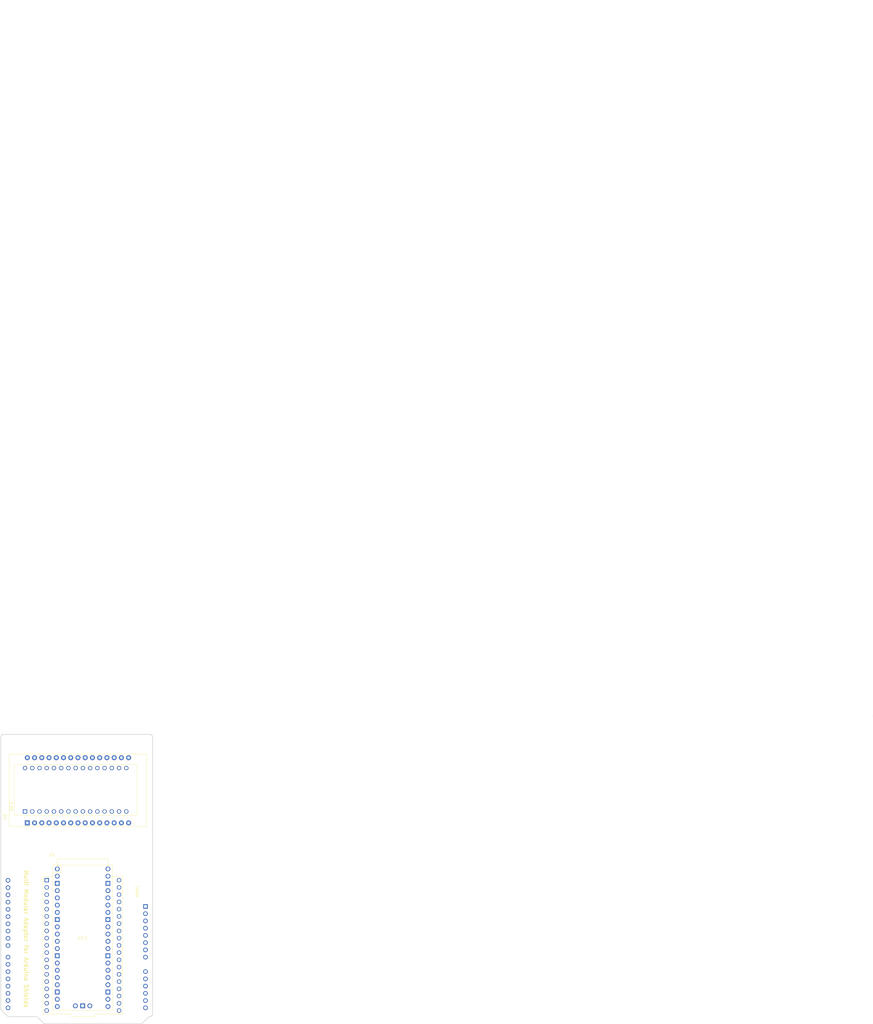
<source format=kicad_pcb>
(kicad_pcb (version 20211014) (generator pcbnew)
  (layers (0 "F.Cu" signal) (31 "B.Cu" signal) (34 "B.Paste" user) (35 "F.Paste" user) (36 "B.SilkS" user "B.Silkscreen") (37 "F.SilkS" user "F.Silkscreen") (38 "B.Mask" user) (39 "F.Mask" user) (44 "Edge.Cuts" user))
  (net 0 "")
  (net 97 "3v3")
  (net 102 "Net-(U2-Pad10)")
  (footprint "Footprint Files from OpenCNC:Nano_Arduino" (layer "F.Cu") (at 118.0338 50.165 90)
    (fp_text reference "U2.1" (at -5.825 -22.635 90) (layer "F.SilkS"))
    (fp_text value "Nano")
    (fp_line (start 8.89 21.59) (end -8.89 21.59) (layer "F.SilkS") (width 0.127))
    (fp_line (start -8.89 -21.59) (end 8.89 -21.59) (layer "F.SilkS") (width 0.127))
    (fp_line (start -8.89 21.59) (end -8.89 -21.59) (layer "F.SilkS") (width 0.127))
    (fp_line (start 8.89 -21.59) (end 8.89 21.59) (layer "F.SilkS") (width 0.127))
    (fp_circle (center -9.75 -18) (end -9.65 -18) (layer "F.SilkS") (width 0.2) (fill none))
    (pad "1" thru_hole rect (at -7.62 -17.78 90) (size 1.508 1.508) (drill 1) (layers *.Cu *.Mask))
    (pad "2" thru_hole circle (at -7.62 -15.24 90) (size 1.508 1.508) (drill 1) (layers *.Cu *.Mask))
    (pad "3" thru_hole circle (at -7.62 -12.7 90) (size 1.508 1.508) (drill 1) (layers *.Cu *.Mask))
    (pad "4" thru_hole circle (at -7.62 -10.16 90) (size 1.508 1.508) (drill 1) (layers *.Cu *.Mask))
    (pad "5" thru_hole circle (at -7.62 -7.62 90) (size 1.508 1.508) (drill 1) (layers *.Cu *.Mask))
    (pad "6" thru_hole circle (at -7.62 -5.08 90) (size 1.508 1.508) (drill 1) (layers *.Cu *.Mask))
    (pad "7" thru_hole circle (at -7.62 -2.54 90) (size 1.508 1.508) (drill 1) (layers *.Cu *.Mask))
    (pad "8" thru_hole circle (at -7.62 0 90) (size 1.508 1.508) (drill 1) (layers *.Cu *.Mask))
    (pad "9" thru_hole circle (at -7.62 2.54 90) (size 1.508 1.508) (drill 1) (layers *.Cu *.Mask))
    (pad "10" thru_hole circle (at -7.62 5.08 90) (size 1.508 1.508) (drill 1) (layers *.Cu *.Mask))
    (pad "11" thru_hole circle (at -7.62 7.62 90) (size 1.508 1.508) (drill 1) (layers *.Cu *.Mask))
    (pad "12" thru_hole circle (at -7.62 10.16 90) (size 1.508 1.508) (drill 1) (layers *.Cu *.Mask))
    (pad "13" thru_hole circle (at -7.62 12.7 90) (size 1.508 1.508) (drill 1) (layers *.Cu *.Mask))
    (pad "14" thru_hole circle (at -7.62 15.24 90) (size 1.508 1.508) (drill 1) (layers *.Cu *.Mask))
    (pad "15" thru_hole circle (at -7.62 17.78 90) (size 1.508 1.508) (drill 1) (layers *.Cu *.Mask))
    (pad "16" thru_hole circle (at 7.62 17.78 90) (size 1.508 1.508) (drill 1) (layers *.Cu *.Mask))
    (pad "17" thru_hole circle (at 7.62 15.24 90) (size 1.508 1.508) (drill 1) (layers *.Cu *.Mask) (net 97 "3v3"))
    (pad "18" thru_hole circle (at 7.62 12.7 90) (size 1.508 1.508) (drill 1) (layers *.Cu *.Mask))
    (pad "19" thru_hole circle (at 7.62 10.16 90) (size 1.508 1.508) (drill 1) (layers *.Cu *.Mask))
    (pad "20" thru_hole circle (at 7.62 7.62 90) (size 1.508 1.508) (drill 1) (layers *.Cu *.Mask))
    (pad "21" thru_hole circle (at 7.62 5.08 90) (size 1.508 1.508) (drill 1) (layers *.Cu *.Mask))
    (pad "22" thru_hole circle (at 7.62 2.54 90) (size 1.508 1.508) (drill 1) (layers *.Cu *.Mask))
    (pad "23" thru_hole circle (at 7.62 0 90) (size 1.508 1.508) (drill 1) (layers *.Cu *.Mask))
    (pad "24" thru_hole circle (at 7.62 -2.54 90) (size 1.508 1.508) (drill 1) (layers *.Cu *.Mask))
    (pad "25" thru_hole circle (at 7.62 -5.08 90) (size 1.508 1.508) (drill 1) (layers *.Cu *.Mask))
    (pad "26" thru_hole circle (at 7.62 -7.62 90) (size 1.508 1.508) (drill 1) (layers *.Cu *.Mask))
    (pad "27" thru_hole circle (at 7.62 -10.16 90) (size 1.508 1.508) (drill 1) (layers *.Cu *.Mask))
    (pad "28" thru_hole circle (at 7.62 -12.7 90) (size 1.508 1.508) (drill 1) (layers *.Cu *.Mask))
    (pad "29" thru_hole circle (at 7.62 -15.24 90) (size 1.508 1.508) (drill 1) (layers *.Cu *.Mask))
    (pad "30" thru_hole circle (at 7.62 -17.78 90) (size 1.508 1.508) (drill 1) (layers *.Cu *.Mask))
  )
  (footprint "Footprint Files from OpenCNC:ESP32-DEVKITC" (layer "F.Cu") (at 120.5669 104.7326)
    (fp_text reference "U1" (at -10.795 -31.75) (layer "F.SilkS"))
    (fp_text value "ESP32-DEVKITC")
    (fp_line (start 9 -30.3) (end 9 -24.1) (layer "F.SilkS") (width 0.127))
    (fp_line (start 13.95 24.1) (end 13.95 -24.1) (layer "F.SilkS") (width 0.127))
    (fp_line (start -9 -30.3) (end 9 -30.3) (layer "F.SilkS") (width 0.127))
    (fp_line (start -13.95 -24.1) (end -13.95 24.1) (layer "F.SilkS") (width 0.127))
    (fp_line (start 4.06 25) (end 4.06 24.1) (layer "F.SilkS") (width 0.127))
    (fp_line (start 13.95 -24.1) (end 9 -24.1) (layer "F.SilkS") (width 0.127))
    (fp_line (start -9 -24.1) (end -9 -30.3) (layer "F.SilkS") (width 0.127))
    (fp_line (start -13.95 24.1) (end -4.07 24.1) (layer "F.SilkS") (width 0.127))
    (fp_line (start -4.07 25) (end 4.06 25) (layer "F.SilkS") (width 0.127))
    (fp_line (start 4.06 24.1) (end 13.95 24.1) (layer "F.SilkS") (width 0.127))
    (fp_line (start -4.07 24.1) (end -4.07 25) (layer "F.SilkS") (width 0.127))
    (fp_line (start -9 -24.1) (end -13.95 -24.1) (layer "F.SilkS") (width 0.127))
    (fp_circle (center -14.57 -22.97) (end -14.47 -22.97) (layer "F.SilkS") (width 0.2) (fill none))
    (pad "1" thru_hole rect locked (at -12.7 -22.85) (size 1.53 1.53) (drill 1.02) (layers *.Cu *.Mask))
    (pad "2" thru_hole circle locked (at -12.7 -20.31) (size 1.53 1.53) (drill 1.02) (layers *.Cu *.Mask))
    (pad "3" thru_hole circle locked (at -12.7 -17.77) (size 1.53 1.53) (drill 1.02) (layers *.Cu *.Mask))
    (pad "4" thru_hole circle locked (at -12.7 -15.23) (size 1.53 1.53) (drill 1.02) (layers *.Cu *.Mask))
    (pad "5" thru_hole circle locked (at -12.7 -12.69) (size 1.53 1.53) (drill 1.02) (layers *.Cu *.Mask))
    (pad "6" thru_hole circle locked (at -12.7 -10.15) (size 1.53 1.53) (drill 1.02) (layers *.Cu *.Mask))
    (pad "7" thru_hole circle locked (at -12.7 -7.61) (size 1.53 1.53) (drill 1.02) (layers *.Cu *.Mask))
    (pad "8" thru_hole circle locked (at -12.7 -5.07) (size 1.53 1.53) (drill 1.02) (layers *.Cu *.Mask))
    (pad "9" thru_hole circle locked (at -12.7 -2.53) (size 1.53 1.53) (drill 1.02) (layers *.Cu *.Mask))
    (pad "10" thru_hole circle locked (at -12.7 0.01) (size 1.53 1.53) (drill 1.02) (layers *.Cu *.Mask))
    (pad "11" thru_hole circle locked (at -12.7 2.55) (size 1.53 1.53) (drill 1.02) (layers *.Cu *.Mask))
    (pad "12" thru_hole circle locked (at -12.7 5.09) (size 1.53 1.53) (drill 1.02) (layers *.Cu *.Mask))
    (pad "13" thru_hole circle locked (at -12.7 7.63) (size 1.53 1.53) (drill 1.02) (layers *.Cu *.Mask))
    (pad "14" thru_hole circle locked (at -12.7 10.17) (size 1.53 1.53) (drill 1.02) (layers *.Cu *.Mask))
    (pad "15" thru_hole circle locked (at -12.7 12.71) (size 1.53 1.53) (drill 1.02) (layers *.Cu *.Mask))
    (pad "16" thru_hole circle locked (at -12.7 15.25) (size 1.53 1.53) (drill 1.02) (layers *.Cu *.Mask))
    (pad "17" thru_hole circle locked (at -12.7 17.79) (size 1.53 1.53) (drill 1.02) (layers *.Cu *.Mask))
    (pad "18" thru_hole circle locked (at -12.7 20.33) (size 1.53 1.53) (drill 1.02) (layers *.Cu *.Mask))
    (pad "19" thru_hole circle locked (at -12.7 22.87) (size 1.53 1.53) (drill 1.02) (layers *.Cu *.Mask))
    (pad "20" thru_hole circle locked (at 12.7 22.87) (size 1.53 1.53) (drill 1.02) (layers *.Cu *.Mask))
    (pad "21" thru_hole circle locked (at 12.7 20.33) (size 1.53 1.53) (drill 1.02) (layers *.Cu *.Mask))
    (pad "22" thru_hole circle locked (at 12.7 17.79) (size 1.53 1.53) (drill 1.02) (layers *.Cu *.Mask))
    (pad "23" thru_hole circle locked (at 12.7 15.25) (size 1.53 1.53) (drill 1.02) (layers *.Cu *.Mask))
    (pad "24" thru_hole circle locked (at 12.7 12.71) (size 1.53 1.53) (drill 1.02) (layers *.Cu *.Mask))
    (pad "25" thru_hole circle locked (at 12.7 10.17) (size 1.53 1.53) (drill 1.02) (layers *.Cu *.Mask))
    (pad "26" thru_hole circle locked (at 12.7 7.63) (size 1.53 1.53) (drill 1.02) (layers *.Cu *.Mask))
    (pad "27" thru_hole circle locked (at 12.7 5.09) (size 1.53 1.53) (drill 1.02) (layers *.Cu *.Mask))
    (pad "28" thru_hole circle locked (at 12.7 2.55) (size 1.53 1.53) (drill 1.02) (layers *.Cu *.Mask))
    (pad "29" thru_hole circle locked (at 12.7 0.01) (size 1.53 1.53) (drill 1.02) (layers *.Cu *.Mask))
    (pad "30" thru_hole circle locked (at 12.7 -2.53) (size 1.53 1.53) (drill 1.02) (layers *.Cu *.Mask))
    (pad "31" thru_hole circle locked (at 12.7 -5.07) (size 1.53 1.53) (drill 1.02) (layers *.Cu *.Mask))
    (pad "32" thru_hole circle locked (at 12.7 -7.61) (size 1.53 1.53) (drill 1.02) (layers *.Cu *.Mask))
    (pad "33" thru_hole circle locked (at 12.7 -10.15) (size 1.53 1.53) (drill 1.02) (layers *.Cu *.Mask))
    (pad "34" thru_hole circle locked (at 12.7 -12.69) (size 1.53 1.53) (drill 1.02) (layers *.Cu *.Mask))
    (pad "35" thru_hole circle locked (at 12.7 -15.23) (size 1.53 1.53) (drill 1.02) (layers *.Cu *.Mask))
    (pad "36" thru_hole circle locked (at 12.7 -17.77) (size 1.53 1.53) (drill 1.02) (layers *.Cu *.Mask))
    (pad "37" thru_hole circle locked (at 12.7 -20.31) (size 1.53 1.53) (drill 1.02) (layers *.Cu *.Mask))
    (pad "38" thru_hole circle locked (at 12.7 -22.85) (size 1.53 1.53) (drill 1.02) (layers *.Cu *.Mask))
  )
  (footprint "Footprint Files from OpenCNC:ESP8266-nodeMCU" (layer "F.Cu") (at 118.8466 50.3428 90)
    (fp_text reference "U2" (at -9.325 -25.635 90) (layer "F.SilkS"))
    (fp_text value "ESP8266")
    (fp_line (start 12.7 -24.13) (end 12.7 24.13) (layer "F.SilkS") (width 0.127))
    (fp_line (start -12.7 24.13) (end 12.7 24.13) (layer "F.SilkS") (width 0.127))
    (fp_line (start -12.7 24.13) (end -12.7 -24.13) (layer "F.SilkS") (width 0.127))
    (fp_line (start -12.7 -24.13) (end 12.7 -24.13) (layer "F.SilkS") (width 0.127))
    (fp_circle (center -13.25 -18) (end -13.15 -18) (layer "F.SilkS") (width 0.2) (fill none))
    (pad "1" thru_hole rect (at -11.43 -17.78 90) (size 1.7526 1.7526) (drill 0.889) (layers *.Cu *.Mask))
    (pad "2" thru_hole circle (at -11.43 -15.24 90) (size 1.7526 1.7526) (drill 0.889) (layers *.Cu *.Mask))
    (pad "3" thru_hole circle (at -11.43 -12.7 90) (size 1.7526 1.7526) (drill 0.889) (layers *.Cu *.Mask))
    (pad "4" thru_hole circle (at -11.43 -10.16 90) (size 1.7526 1.7526) (drill 0.889) (layers *.Cu *.Mask))
    (pad "5" thru_hole circle (at -11.43 -7.62 90) (size 1.7526 1.7526) (drill 0.889) (layers *.Cu *.Mask))
    (pad "6" thru_hole circle (at -11.43 -5.08 90) (size 1.7526 1.7526) (drill 0.889) (layers *.Cu *.Mask))
    (pad "7" thru_hole circle (at -11.43 -2.54 90) (size 1.7526 1.7526) (drill 0.889) (layers *.Cu *.Mask))
    (pad "8" thru_hole circle (at -11.43 0 90) (size 1.7526 1.7526) (drill 0.889) (layers *.Cu *.Mask))
    (pad "9" thru_hole circle (at -11.43 2.54 90) (size 1.7526 1.7526) (drill 0.889) (layers *.Cu *.Mask))
    (pad "10" thru_hole circle (at -11.43 5.08 90) (size 1.7526 1.7526) (drill 0.889) (layers *.Cu *.Mask) (net 102 "Net-(U2-Pad10)"))
    (pad "11" thru_hole circle (at -11.43 7.62 90) (size 1.7526 1.7526) (drill 0.889) (layers *.Cu *.Mask) (net 97 "3v3"))
    (pad "12" thru_hole circle (at -11.43 10.16 90) (size 1.7526 1.7526) (drill 0.889) (layers *.Cu *.Mask))
    (pad "13" thru_hole circle (at -11.43 12.7 90) (size 1.7526 1.7526) (drill 0.889) (layers *.Cu *.Mask))
    (pad "14" thru_hole circle (at -11.43 15.24 90) (size 1.7526 1.7526) (drill 0.889) (layers *.Cu *.Mask) (net 102 "Net-(U2-Pad10)"))
    (pad "15" thru_hole circle (at -11.43 17.78 90) (size 1.7526 1.7526) (drill 0.889) (layers *.Cu *.Mask))
    (pad "16" thru_hole circle (at 11.43 17.78 90) (size 1.7526 1.7526) (drill 0.889) (layers *.Cu *.Mask) (net 97 "3v3"))
    (pad "17" thru_hole circle (at 11.43 15.24 90) (size 1.7526 1.7526) (drill 0.889) (layers *.Cu *.Mask) (net 102 "Net-(U2-Pad10)"))
    (pad "18" thru_hole circle (at 11.43 12.7 90) (size 1.7526 1.7526) (drill 0.889) (layers *.Cu *.Mask))
    (pad "19" thru_hole circle (at 11.43 10.16 90) (size 1.7526 1.7526) (drill 0.889) (layers *.Cu *.Mask))
    (pad "20" thru_hole circle (at 11.43 7.62 90) (size 1.7526 1.7526) (drill 0.889) (layers *.Cu *.Mask))
    (pad "21" thru_hole circle (at 11.43 5.08 90) (size 1.7526 1.7526) (drill 0.889) (layers *.Cu *.Mask))
    (pad "22" thru_hole circle (at 11.43 2.54 90) (size 1.7526 1.7526) (drill 0.889) (layers *.Cu *.Mask))
    (pad "23" thru_hole circle (at 11.43 0 90) (size 1.7526 1.7526) (drill 0.889) (layers *.Cu *.Mask))
    (pad "24" thru_hole circle (at 11.43 -2.54 90) (size 1.7526 1.7526) (drill 0.889) (layers *.Cu *.Mask) (net 102 "Net-(U2-Pad10)"))
    (pad "25" thru_hole circle (at 11.43 -5.08 90) (size 1.7526 1.7526) (drill 0.889) (layers *.Cu *.Mask) (net 97 "3v3"))
    (pad "26" thru_hole circle (at 11.43 -7.62 90) (size 1.7526 1.7526) (drill 0.889) (layers *.Cu *.Mask))
    (pad "27" thru_hole circle (at 11.43 -10.16 90) (size 1.7526 1.7526) (drill 0.889) (layers *.Cu *.Mask))
    (pad "28" thru_hole circle (at 11.43 -12.7 90) (size 1.7526 1.7526) (drill 0.889) (layers *.Cu *.Mask))
    (pad "29" thru_hole circle (at 11.43 -15.24 90) (size 1.7526 1.7526) (drill 0.889) (layers *.Cu *.Mask))
    (pad "30" thru_hole circle (at 11.43 -17.78 90) (size 1.7526 1.7526) (drill 0.889) (layers *.Cu *.Mask))
  )
  (footprint "Footprint Files from OpenCNC:UNO_R3_Arduino" (layer "F.Cu") (at 142.5448 91.0844 -90)
    (fp_text reference "Host1" (at -5.3848 2.9972 90) (layer "F.SilkS"))
    (fp_text value "Arduino_Uno_Shield")
    (pad "1" thru_hole rect (at 0 0) (size 1.6 1.6) (drill 1) (layers *.Cu *.Mask))
    (pad "2" thru_hole oval (at 2.54 0) (size 1.6 1.6) (drill 1) (layers *.Cu *.Mask))
    (pad "3" thru_hole oval (at 5.08 0) (size 1.6 1.6) (drill 1) (layers *.Cu *.Mask))
    (pad "4" thru_hole oval (at 7.62 0) (size 1.6 1.6) (drill 1) (layers *.Cu *.Mask))
    (pad "5" thru_hole oval (at 10.16 0) (size 1.6 1.6) (drill 1) (layers *.Cu *.Mask))
    (pad "6" thru_hole oval (at 12.7 0) (size 1.6 1.6) (drill 1) (layers *.Cu *.Mask))
    (pad "7" thru_hole oval (at 15.24 0) (size 1.6 1.6) (drill 1) (layers *.Cu *.Mask))
    (pad "8" thru_hole oval (at 17.78 0) (size 1.6 1.6) (drill 1) (layers *.Cu *.Mask))
    (pad "9" thru_hole oval (at 22.86 0) (size 1.6 1.6) (drill 1) (layers *.Cu *.Mask))
    (pad "10" thru_hole oval (at 25.4 0) (size 1.6 1.6) (drill 1) (layers *.Cu *.Mask))
    (pad "11" thru_hole oval (at 27.94 0) (size 1.6 1.6) (drill 1) (layers *.Cu *.Mask))
    (pad "12" thru_hole oval (at 30.48 0) (size 1.6 1.6) (drill 1) (layers *.Cu *.Mask))
    (pad "13" thru_hole oval (at 33.02 0) (size 1.6 1.6) (drill 1) (layers *.Cu *.Mask))
    (pad "14" thru_hole oval (at 35.56 0) (size 1.6 1.6) (drill 1) (layers *.Cu *.Mask))
    (pad "15" thru_hole oval (at 35.56 48.26) (size 1.6 1.6) (drill 1) (layers *.Cu *.Mask))
    (pad "16" thru_hole oval (at 33.02 48.26) (size 1.6 1.6) (drill 1) (layers *.Cu *.Mask))
    (pad "17" thru_hole oval (at 30.48 48.26) (size 1.6 1.6) (drill 1) (layers *.Cu *.Mask))
    (pad "18" thru_hole oval (at 27.94 48.26) (size 1.6 1.6) (drill 1) (layers *.Cu *.Mask))
    (pad "19" thru_hole oval (at 25.4 48.26) (size 1.6 1.6) (drill 1) (layers *.Cu *.Mask))
    (pad "20" thru_hole oval (at 22.86 48.26) (size 1.6 1.6) (drill 1) (layers *.Cu *.Mask))
    (pad "21" thru_hole oval (at 20.32 48.26) (size 1.6 1.6) (drill 1) (layers *.Cu *.Mask))
    (pad "22" thru_hole oval (at 17.78 48.26) (size 1.6 1.6) (drill 1) (layers *.Cu *.Mask))
    (pad "23" thru_hole oval (at 13.72 48.26) (size 1.6 1.6) (drill 1) (layers *.Cu *.Mask))
    (pad "24" thru_hole oval (at 11.18 48.26) (size 1.6 1.6) (drill 1) (layers *.Cu *.Mask))
    (pad "25" thru_hole oval (at 8.64 48.26) (size 1.6 1.6) (drill 1) (layers *.Cu *.Mask))
    (pad "26" thru_hole oval (at 6.1 48.26) (size 1.6 1.6) (drill 1) (layers *.Cu *.Mask))
    (pad "27" thru_hole oval (at 3.56 48.26) (size 1.6 1.6) (drill 1) (layers *.Cu *.Mask))
    (pad "28" thru_hole oval (at 1.02 48.26) (size 1.6 1.6) (drill 1) (layers *.Cu *.Mask))
    (pad "29" thru_hole oval (at -1.52 48.26) (size 1.6 1.6) (drill 1) (layers *.Cu *.Mask))
    (pad "30" thru_hole oval (at -4.06 48.26) (size 1.6 1.6) (drill 1) (layers *.Cu *.Mask))
    (pad "31" thru_hole oval (at -6.6 48.26) (size 1.6 1.6) (drill 1) (layers *.Cu *.Mask))
    (pad "32" thru_hole oval (at -9.14 48.26) (size 1.6 1.6) (drill 1) (layers *.Cu *.Mask))
  )
  (footprint "Footprint Files from OpenCNC:RPi_Pico_SMD_TH" (layer "F.Cu") (at 120.4722 102.0572)
    (fp_text reference "U1.1" (at 0 0) (layer "F.SilkS"))
    (fp_text value "Pi Pico")
    (fp_line (start -10.5 -22.833) (end -7.493 -22.833) (layer "F.SilkS") (width 0.12))
    (fp_line (start -10.5 -25.5) (end -10.5 25.5) (layer "F.SilkS") (width 0.12))
    (fp_line (start 10.5 -25.5) (end 10.5 25.5) (layer "F.SilkS") (width 0.12))
    (fp_line (start -7.493 -22.833) (end -7.493 -25.5) (layer "F.SilkS") (width 0.12))
    (fp_line (start 10.5 25.5) (end -10.5 25.5) (layer "F.SilkS") (width 0.12))
    (fp_line (start -10.5 -25.5) (end 10.5 -25.5) (layer "F.SilkS") (width 0.12))
    (pad "1" thru_hole oval (at -8.89 -24.13) (size 1.7 1.7) (drill 1.02) (layers *.Cu *.Mask))
    (pad "2" thru_hole oval (at -8.89 -21.59) (size 1.7 1.7) (drill 1.02) (layers *.Cu *.Mask))
    (pad "3" thru_hole rect (at -8.89 -19.05) (size 1.7 1.7) (drill 1.02) (layers *.Cu *.Mask))
    (pad "4" thru_hole oval (at -8.89 -16.51) (size 1.7 1.7) (drill 1.02) (layers *.Cu *.Mask))
    (pad "5" thru_hole oval (at -8.89 -13.97) (size 1.7 1.7) (drill 1.02) (layers *.Cu *.Mask))
    (pad "6" thru_hole oval (at -8.89 -11.43) (size 1.7 1.7) (drill 1.02) (layers *.Cu *.Mask))
    (pad "7" thru_hole oval (at -8.89 -8.89) (size 1.7 1.7) (drill 1.02) (layers *.Cu *.Mask))
    (pad "8" thru_hole rect (at -8.89 -6.35) (size 1.7 1.7) (drill 1.02) (layers *.Cu *.Mask))
    (pad "9" thru_hole oval (at -8.89 -3.81) (size 1.7 1.7) (drill 1.02) (layers *.Cu *.Mask))
    (pad "10" thru_hole oval (at -8.89 -1.27) (size 1.7 1.7) (drill 1.02) (layers *.Cu *.Mask))
    (pad "11" thru_hole oval (at -8.89 1.27) (size 1.7 1.7) (drill 1.02) (layers *.Cu *.Mask))
    (pad "12" thru_hole oval (at -8.89 3.81) (size 1.7 1.7) (drill 1.02) (layers *.Cu *.Mask))
    (pad "13" thru_hole rect (at -8.89 6.35) (size 1.7 1.7) (drill 1.02) (layers *.Cu *.Mask))
    (pad "14" thru_hole oval (at -8.89 8.89) (size 1.7 1.7) (drill 1.02) (layers *.Cu *.Mask))
    (pad "15" thru_hole oval (at -8.89 11.43) (size 1.7 1.7) (drill 1.02) (layers *.Cu *.Mask))
    (pad "16" thru_hole oval (at -8.89 13.97) (size 1.7 1.7) (drill 1.02) (layers *.Cu *.Mask))
    (pad "17" thru_hole oval (at -8.89 16.51) (size 1.7 1.7) (drill 1.02) (layers *.Cu *.Mask))
    (pad "18" thru_hole rect (at -8.89 19.05) (size 1.7 1.7) (drill 1.02) (layers *.Cu *.Mask))
    (pad "19" thru_hole oval (at -8.89 21.59) (size 1.7 1.7) (drill 1.02) (layers *.Cu *.Mask))
    (pad "20" thru_hole oval (at -8.89 24.13) (size 1.7 1.7) (drill 1.02) (layers *.Cu *.Mask))
    (pad "21" thru_hole oval (at 8.89 24.13) (size 1.7 1.7) (drill 1.02) (layers *.Cu *.Mask))
    (pad "22" thru_hole oval (at 8.89 21.59) (size 1.7 1.7) (drill 1.02) (layers *.Cu *.Mask))
    (pad "23" thru_hole rect (at 8.89 19.05) (size 1.7 1.7) (drill 1.02) (layers *.Cu *.Mask))
    (pad "24" thru_hole oval (at 8.89 16.51) (size 1.7 1.7) (drill 1.02) (layers *.Cu *.Mask))
    (pad "25" thru_hole oval (at 8.89 13.97) (size 1.7 1.7) (drill 1.02) (layers *.Cu *.Mask))
    (pad "26" thru_hole oval (at 8.89 11.43) (size 1.7 1.7) (drill 1.02) (layers *.Cu *.Mask))
    (pad "27" thru_hole oval (at 8.89 8.89) (size 1.7 1.7) (drill 1.02) (layers *.Cu *.Mask))
    (pad "28" thru_hole rect (at 8.89 6.35) (size 1.7 1.7) (drill 1.02) (layers *.Cu *.Mask))
    (pad "29" thru_hole oval (at 8.89 3.81) (size 1.7 1.7) (drill 1.02) (layers *.Cu *.Mask))
    (pad "30" thru_hole oval (at 8.89 1.27) (size 1.7 1.7) (drill 1.02) (layers *.Cu *.Mask))
    (pad "31" thru_hole oval (at 8.89 -1.27) (size 1.7 1.7) (drill 1.02) (layers *.Cu *.Mask))
    (pad "32" thru_hole oval (at 8.89 -3.81) (size 1.7 1.7) (drill 1.02) (layers *.Cu *.Mask))
    (pad "33" thru_hole rect (at 8.89 -6.35) (size 1.7 1.7) (drill 1.02) (layers *.Cu *.Mask))
    (pad "34" thru_hole oval (at 8.89 -8.89) (size 1.7 1.7) (drill 1.02) (layers *.Cu *.Mask))
    (pad "35" thru_hole oval (at 8.89 -11.43) (size 1.7 1.7) (drill 1.02) (layers *.Cu *.Mask))
    (pad "36" thru_hole oval (at 8.89 -13.97) (size 1.7 1.7) (drill 1.02) (layers *.Cu *.Mask) (net 97 "3v3"))
    (pad "37" thru_hole oval (at 8.89 -16.51) (size 1.7 1.7) (drill 1.02) (layers *.Cu *.Mask))
    (pad "38" thru_hole rect (at 8.89 -19.05) (size 1.7 1.7) (drill 1.02) (layers *.Cu *.Mask))
    (pad "39" thru_hole oval (at 8.89 -21.59) (size 1.7 1.7) (drill 1.02) (layers *.Cu *.Mask))
    (pad "40" thru_hole oval (at 8.89 -24.13) (size 1.7 1.7) (drill 1.02) (layers *.Cu *.Mask))
    (pad "41" thru_hole oval (at -2.54 23.9) (size 1.7 1.7) (drill 1.02) (layers *.Cu *.Mask))
    (pad "42" thru_hole rect (at 0 23.9) (size 1.7 1.7) (drill 1.02) (layers *.Cu *.Mask))
    (pad "43" thru_hole oval (at 2.54 23.9) (size 1.7 1.7) (drill 1.02) (layers *.Cu *.Mask))
  )
  (gr_line locked (start 141.259331 132.263948) (end 107.002602 132.263948) (layer "Edge.Cuts") (width 0.2))
  (gr_line locked (start 107.002602 132.263948) (end 104.463499 129.724845) (layer "Edge.Cuts") (width 0.2))
  (gr_line locked (start 104.463499 129.724845) (end 94.307088 129.724845) (layer "Edge.Cuts") (width 0.2))
  (gr_line locked (start 144.94103 129.238183) (end 144.771756 129.449775) (layer "Edge.Cuts") (width 0.2))
  (gr_line locked (start 144.327413 129.703686) (end 144.073503 129.724845) (layer "Edge.Cuts") (width 0.2))
  (gr_line locked (start 143.798434 129.724845) (end 141.259331 132.263948) (layer "Edge.Cuts") (width 0.2))
  (gr_line locked (start 145.067985 128.730363) (end 145.025667 128.984273) (layer "Edge.Cuts") (width 0.2))
  (gr_line locked (start 144.560164 30.869108) (end 144.771756 31.038382) (layer "Edge.Cuts") (width 0.2))
  (gr_line locked (start 144.073503 30.742153) (end 144.327413 30.784472) (layer "Edge.Cuts") (width 0.2))
  (gr_line locked (start 144.771756 129.449775) (end 144.560164 129.59789) (layer "Edge.Cuts") (width 0.2))
  (gr_line locked (start 144.560164 129.59789) (end 144.327413 129.703686) (layer "Edge.Cuts") (width 0.2))
  (gr_line locked (start 144.327413 30.784472) (end 144.560164 30.869108) (layer "Edge.Cuts") (width 0.2))
  (gr_circle (center 227.607499 -226.758949) (end 227.607499 -226.658949) (layer "Edge.Cuts") (width 0.0001) (fill solid))
  (gr_line locked (start 145.025667 128.984273) (end 144.94103 129.238183) (layer "Edge.Cuts") (width 0.2))
  (gr_line locked (start 91.767985 127.185742) (end 91.767985 31.736635) (layer "Edge.Cuts") (width 0.2))
  (gr_line locked (start 92.064214 31.038382) (end 92.275806 30.869108) (layer "Edge.Cuts") (width 0.2))
  (gr_line locked (start 144.771756 31.038382) (end 144.94103 31.249974) (layer "Edge.Cuts") (width 0.2))
  (gr_line locked (start 91.916099 31.249974) (end 92.064214 31.038382) (layer "Edge.Cuts") (width 0.2))
  (gr_line locked (start 92.508557 30.784472) (end 92.783626 30.742153) (layer "Edge.Cuts") (width 0.2))
  (gr_line locked (start 91.767985 31.736635) (end 91.810303 31.482725) (layer "Edge.Cuts") (width 0.2))
  (gr_line locked (start 91.810303 31.482725) (end 91.916099 31.249974) (layer "Edge.Cuts") (width 0.2))
  (gr_line locked (start 92.783626 30.742153) (end 144.073503 30.742153) (layer "Edge.Cuts") (width 0.2))
  (gr_line locked (start 145.025667 31.482725) (end 145.067985 31.736635) (layer "Edge.Cuts") (width 0.2))
  (gr_line locked (start 94.307088 129.724845) (end 91.767985 127.185742) (layer "Edge.Cuts") (width 0.2))
  (gr_circle (center 397.889566 24.325371) (end 397.889566 24.425371) (layer "Edge.Cuts") (width 0.0001) (fill solid))
  (gr_line locked (start 92.275806 30.869108) (end 92.508557 30.784472) (layer "Edge.Cuts") (width 0.2))
  (gr_line locked (start 144.94103 31.249974) (end 145.025667 31.482725) (layer "Edge.Cuts") (width 0.2))
  (gr_line locked (start 144.073503 129.724845) (end 143.798434 129.724845) (layer "Edge.Cuts") (width 0.2))
  (gr_line locked (start 145.067985 31.736635) (end 145.067985 128.730363) (layer "Edge.Cuts") (width 0.2))
  (gr_text "Multi Modular Adaptor for Arduino Shields" (at 100.6602 102.4636 270) (layer "F.SilkS") (effects (font (size 1.5 1.5) (thickness 0.3))))
)
</source>
